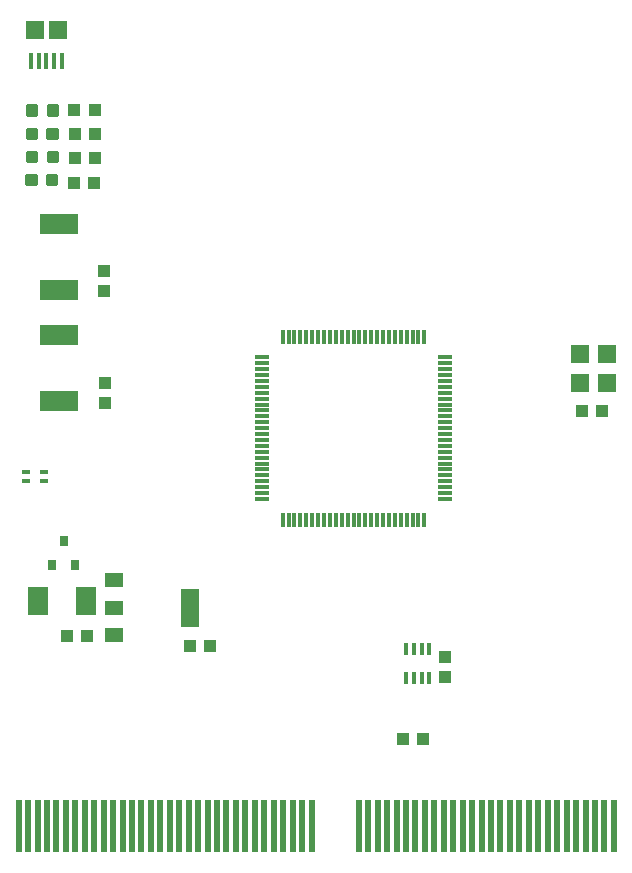
<source format=gtp>
G75*
%MOIN*%
%OFA0B0*%
%FSLAX25Y25*%
%IPPOS*%
%LPD*%
%AMOC8*
5,1,8,0,0,1.08239X$1,22.5*
%
%ADD10R,0.04331X0.03937*%
%ADD11C,0.01181*%
%ADD12R,0.05906X0.06299*%
%ADD13R,0.03937X0.04331*%
%ADD14R,0.04724X0.01181*%
%ADD15R,0.01181X0.04724*%
%ADD16R,0.12598X0.07087*%
%ADD17R,0.01772X0.03937*%
%ADD18R,0.05906X0.06102*%
%ADD19R,0.01575X0.05315*%
%ADD20R,0.02756X0.01772*%
%ADD21R,0.03100X0.03500*%
%ADD22R,0.07087X0.09449*%
%ADD23R,0.06299X0.04724*%
%ADD24R,0.06299X0.12992*%
%ADD25R,0.02362X0.17717*%
D10*
X0038672Y0077640D03*
X0045365Y0077640D03*
X0079546Y0074216D03*
X0086239Y0074216D03*
X0150565Y0043421D03*
X0157258Y0043421D03*
X0210116Y0152542D03*
X0216809Y0152542D03*
X0047673Y0228812D03*
X0040980Y0228812D03*
X0041064Y0236865D03*
X0047757Y0236865D03*
X0047750Y0244903D03*
X0041057Y0244903D03*
X0041026Y0252995D03*
X0047719Y0252995D03*
D11*
X0035182Y0254230D02*
X0035182Y0251474D01*
X0032426Y0251474D01*
X0032426Y0254230D01*
X0035182Y0254230D01*
X0035182Y0252654D02*
X0032426Y0252654D01*
X0032426Y0253834D02*
X0035182Y0253834D01*
X0028277Y0254230D02*
X0028277Y0251474D01*
X0025521Y0251474D01*
X0025521Y0254230D01*
X0028277Y0254230D01*
X0028277Y0252654D02*
X0025521Y0252654D01*
X0025521Y0253834D02*
X0028277Y0253834D01*
X0028206Y0246362D02*
X0028206Y0243606D01*
X0025450Y0243606D01*
X0025450Y0246362D01*
X0028206Y0246362D01*
X0028206Y0244786D02*
X0025450Y0244786D01*
X0025450Y0245966D02*
X0028206Y0245966D01*
X0035112Y0246362D02*
X0035112Y0243606D01*
X0032356Y0243606D01*
X0032356Y0246362D01*
X0035112Y0246362D01*
X0035112Y0244786D02*
X0032356Y0244786D01*
X0032356Y0245966D02*
X0035112Y0245966D01*
X0035185Y0238658D02*
X0035185Y0235902D01*
X0032429Y0235902D01*
X0032429Y0238658D01*
X0035185Y0238658D01*
X0035185Y0237082D02*
X0032429Y0237082D01*
X0032429Y0238262D02*
X0035185Y0238262D01*
X0028279Y0238658D02*
X0028279Y0235902D01*
X0025523Y0235902D01*
X0025523Y0238658D01*
X0028279Y0238658D01*
X0028279Y0237082D02*
X0025523Y0237082D01*
X0025523Y0238262D02*
X0028279Y0238262D01*
X0028106Y0231010D02*
X0028106Y0228254D01*
X0025350Y0228254D01*
X0025350Y0231010D01*
X0028106Y0231010D01*
X0028106Y0229434D02*
X0025350Y0229434D01*
X0025350Y0230614D02*
X0028106Y0230614D01*
X0035012Y0231010D02*
X0035012Y0228254D01*
X0032256Y0228254D01*
X0032256Y0231010D01*
X0035012Y0231010D01*
X0035012Y0229434D02*
X0032256Y0229434D01*
X0032256Y0230614D02*
X0035012Y0230614D01*
D12*
X0209376Y0171733D03*
X0218431Y0171733D03*
X0218431Y0161891D03*
X0209376Y0161891D03*
D13*
X0164629Y0070522D03*
X0164629Y0063829D03*
X0051062Y0155227D03*
X0051062Y0161920D03*
X0050747Y0192536D03*
X0050747Y0199229D03*
D14*
X0103531Y0170558D03*
X0103531Y0168590D03*
X0103531Y0166621D03*
X0103531Y0164653D03*
X0103531Y0162684D03*
X0103531Y0160716D03*
X0103531Y0158747D03*
X0103531Y0156779D03*
X0103531Y0154810D03*
X0103531Y0152842D03*
X0103531Y0150873D03*
X0103531Y0148905D03*
X0103531Y0146936D03*
X0103531Y0144968D03*
X0103531Y0142999D03*
X0103531Y0141031D03*
X0103531Y0139062D03*
X0103531Y0137094D03*
X0103531Y0135125D03*
X0103531Y0133157D03*
X0103531Y0131188D03*
X0103531Y0129220D03*
X0103531Y0127251D03*
X0103531Y0125283D03*
X0103531Y0123314D03*
X0164555Y0123314D03*
X0164555Y0125283D03*
X0164555Y0127251D03*
X0164555Y0129220D03*
X0164555Y0131188D03*
X0164555Y0133157D03*
X0164555Y0135125D03*
X0164555Y0137094D03*
X0164555Y0139062D03*
X0164555Y0141031D03*
X0164555Y0142999D03*
X0164555Y0144968D03*
X0164555Y0146936D03*
X0164555Y0148905D03*
X0164555Y0150873D03*
X0164555Y0152842D03*
X0164555Y0154810D03*
X0164555Y0156779D03*
X0164555Y0158747D03*
X0164555Y0160716D03*
X0164555Y0162684D03*
X0164555Y0164653D03*
X0164555Y0166621D03*
X0164555Y0168590D03*
X0164555Y0170558D03*
D15*
X0157665Y0177448D03*
X0155696Y0177448D03*
X0153728Y0177448D03*
X0151759Y0177448D03*
X0149791Y0177448D03*
X0147822Y0177448D03*
X0145854Y0177448D03*
X0143885Y0177448D03*
X0141917Y0177448D03*
X0139948Y0177448D03*
X0137980Y0177448D03*
X0136011Y0177448D03*
X0134043Y0177448D03*
X0132074Y0177448D03*
X0130106Y0177448D03*
X0128137Y0177448D03*
X0126169Y0177448D03*
X0124200Y0177448D03*
X0122232Y0177448D03*
X0120263Y0177448D03*
X0118295Y0177448D03*
X0116326Y0177448D03*
X0114358Y0177448D03*
X0112389Y0177448D03*
X0110421Y0177448D03*
X0110421Y0116424D03*
X0112389Y0116424D03*
X0114358Y0116424D03*
X0116326Y0116424D03*
X0118295Y0116424D03*
X0120263Y0116424D03*
X0122232Y0116424D03*
X0124200Y0116424D03*
X0126169Y0116424D03*
X0128137Y0116424D03*
X0130106Y0116424D03*
X0132074Y0116424D03*
X0134043Y0116424D03*
X0136011Y0116424D03*
X0137980Y0116424D03*
X0139948Y0116424D03*
X0141917Y0116424D03*
X0143885Y0116424D03*
X0145854Y0116424D03*
X0147822Y0116424D03*
X0149791Y0116424D03*
X0151759Y0116424D03*
X0153728Y0116424D03*
X0155696Y0116424D03*
X0157665Y0116424D03*
D16*
X0035787Y0156099D03*
X0035787Y0178146D03*
X0035787Y0193039D03*
X0035787Y0215087D03*
D17*
X0151666Y0073268D03*
X0154225Y0073268D03*
X0156784Y0073268D03*
X0159343Y0073268D03*
X0159343Y0063622D03*
X0156784Y0063622D03*
X0154225Y0063622D03*
X0151666Y0063622D03*
D18*
X0035594Y0279820D03*
X0027720Y0279820D03*
D19*
X0026539Y0269190D03*
X0029098Y0269190D03*
X0031657Y0269190D03*
X0034216Y0269190D03*
X0036775Y0269190D03*
D20*
X0030860Y0132344D03*
X0030860Y0129195D03*
X0024758Y0129195D03*
X0024758Y0132344D03*
D21*
X0037383Y0109244D03*
X0041183Y0101244D03*
X0033583Y0101244D03*
D22*
X0028911Y0089407D03*
X0044856Y0089407D03*
D23*
X0054329Y0087153D03*
X0054329Y0078098D03*
X0054329Y0096208D03*
D24*
X0079526Y0087153D03*
D25*
X0022408Y0014449D03*
X0025558Y0014449D03*
X0028707Y0014449D03*
X0031857Y0014449D03*
X0035007Y0014449D03*
X0038156Y0014449D03*
X0041306Y0014449D03*
X0044455Y0014449D03*
X0047605Y0014449D03*
X0050755Y0014449D03*
X0053904Y0014449D03*
X0057054Y0014449D03*
X0060203Y0014449D03*
X0063353Y0014449D03*
X0066503Y0014449D03*
X0069652Y0014449D03*
X0072802Y0014449D03*
X0075951Y0014449D03*
X0079101Y0014449D03*
X0082251Y0014449D03*
X0085400Y0014449D03*
X0088550Y0014449D03*
X0091699Y0014449D03*
X0094849Y0014449D03*
X0097999Y0014449D03*
X0101148Y0014449D03*
X0104298Y0014449D03*
X0107447Y0014449D03*
X0110597Y0014449D03*
X0113747Y0014449D03*
X0116896Y0014449D03*
X0120046Y0014449D03*
X0135794Y0014449D03*
X0138944Y0014449D03*
X0142093Y0014449D03*
X0145243Y0014449D03*
X0148392Y0014449D03*
X0151542Y0014449D03*
X0154692Y0014449D03*
X0157841Y0014449D03*
X0160991Y0014449D03*
X0164140Y0014449D03*
X0167290Y0014449D03*
X0170440Y0014449D03*
X0173589Y0014449D03*
X0176739Y0014449D03*
X0179888Y0014449D03*
X0183038Y0014449D03*
X0186188Y0014449D03*
X0189337Y0014449D03*
X0192487Y0014449D03*
X0195636Y0014449D03*
X0198786Y0014449D03*
X0201936Y0014449D03*
X0205085Y0014449D03*
X0208235Y0014449D03*
X0211384Y0014449D03*
X0214534Y0014449D03*
X0217684Y0014449D03*
X0220833Y0014449D03*
M02*

</source>
